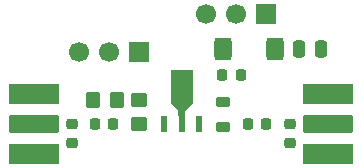
<source format=gts>
G04 #@! TF.GenerationSoftware,KiCad,Pcbnew,9.0.2*
G04 #@! TF.CreationDate,2025-07-13T18:06:46-04:00*
G04 #@! TF.ProjectId,new-pa-test-board,6e65772d-7061-42d7-9465-73742d626f61,rev?*
G04 #@! TF.SameCoordinates,Original*
G04 #@! TF.FileFunction,Soldermask,Top*
G04 #@! TF.FilePolarity,Negative*
%FSLAX46Y46*%
G04 Gerber Fmt 4.6, Leading zero omitted, Abs format (unit mm)*
G04 Created by KiCad (PCBNEW 9.0.2) date 2025-07-13 18:06:46*
%MOMM*%
%LPD*%
G01*
G04 APERTURE LIST*
G04 Aperture macros list*
%AMRoundRect*
0 Rectangle with rounded corners*
0 $1 Rounding radius*
0 $2 $3 $4 $5 $6 $7 $8 $9 X,Y pos of 4 corners*
0 Add a 4 corners polygon primitive as box body*
4,1,4,$2,$3,$4,$5,$6,$7,$8,$9,$2,$3,0*
0 Add four circle primitives for the rounded corners*
1,1,$1+$1,$2,$3*
1,1,$1+$1,$4,$5*
1,1,$1+$1,$6,$7*
1,1,$1+$1,$8,$9*
0 Add four rect primitives between the rounded corners*
20,1,$1+$1,$2,$3,$4,$5,0*
20,1,$1+$1,$4,$5,$6,$7,0*
20,1,$1+$1,$6,$7,$8,$9,0*
20,1,$1+$1,$8,$9,$2,$3,0*%
%AMFreePoly0*
4,1,9,1.027100,-1.741300,0.379400,-2.363600,0.379400,-2.795400,-0.179400,-2.795400,-0.179400,-2.338200,-0.827100,-1.741300,-0.827100,1.116200,1.027100,1.116200,1.027100,-1.741300,1.027100,-1.741300,$1*%
G04 Aperture macros list end*
%ADD10C,0.000000*%
%ADD11RoundRect,0.218750X0.381250X-0.218750X0.381250X0.218750X-0.381250X0.218750X-0.381250X-0.218750X0*%
%ADD12RoundRect,0.250000X-0.250000X-0.475000X0.250000X-0.475000X0.250000X0.475000X-0.250000X0.475000X0*%
%ADD13RoundRect,0.218750X-0.256250X0.218750X-0.256250X-0.218750X0.256250X-0.218750X0.256250X0.218750X0*%
%ADD14RoundRect,0.101600X-2.032000X0.635000X-2.032000X-0.635000X2.032000X-0.635000X2.032000X0.635000X0*%
%ADD15RoundRect,0.101600X-2.032000X0.762000X-2.032000X-0.762000X2.032000X-0.762000X2.032000X0.762000X0*%
%ADD16RoundRect,0.101600X2.032000X-0.635000X2.032000X0.635000X-2.032000X0.635000X-2.032000X-0.635000X0*%
%ADD17RoundRect,0.101600X2.032000X-0.762000X2.032000X0.762000X-2.032000X0.762000X-2.032000X-0.762000X0*%
%ADD18RoundRect,0.225000X-0.225000X-0.250000X0.225000X-0.250000X0.225000X0.250000X-0.225000X0.250000X0*%
%ADD19RoundRect,0.250000X-0.450000X0.350000X-0.450000X-0.350000X0.450000X-0.350000X0.450000X0.350000X0*%
%ADD20RoundRect,0.250000X-0.350000X-0.450000X0.350000X-0.450000X0.350000X0.450000X-0.350000X0.450000X0*%
%ADD21RoundRect,0.250000X-0.475000X-0.700000X0.475000X-0.700000X0.475000X0.700000X-0.475000X0.700000X0*%
%ADD22R,0.482600X1.397000*%
%ADD23FreePoly0,0.000000*%
%ADD24R,0.558800X1.397000*%
%ADD25R,1.700000X1.700000*%
%ADD26C,1.700000*%
G04 APERTURE END LIST*
D10*
G36*
X157601700Y-87922000D02*
G01*
X156979400Y-88544300D01*
X156979400Y-89001500D01*
X156420600Y-89001500D01*
X156420600Y-88544300D01*
X155798300Y-87922000D01*
X155798300Y-85242300D01*
X157601700Y-85242300D01*
X157601700Y-87922000D01*
G37*
D11*
X160200000Y-89962500D03*
X160200000Y-87837500D03*
D12*
X166587500Y-83400000D03*
X168487500Y-83400000D03*
D13*
X165900000Y-89725000D03*
X165900000Y-91300000D03*
X147375000Y-89712500D03*
X147375000Y-91287500D03*
D14*
X169045450Y-89700000D03*
D15*
X169045450Y-92240000D03*
X169045450Y-87160000D03*
D16*
X144175000Y-89700000D03*
D17*
X144175000Y-87160000D03*
X144175000Y-92240000D03*
D18*
X160150000Y-85600000D03*
X161700000Y-85600000D03*
X162325000Y-89700000D03*
X163875000Y-89700000D03*
X149362500Y-89700000D03*
X150912500Y-89700000D03*
D19*
X153100000Y-87700000D03*
X153100000Y-89700000D03*
D20*
X149200000Y-87700000D03*
X151200000Y-87700000D03*
D21*
X160200000Y-83400000D03*
X164600000Y-83400000D03*
D22*
X158200000Y-89700000D03*
X155200000Y-89700000D03*
D23*
X156600000Y-86206100D03*
D24*
X156700000Y-89700000D03*
D25*
X163800000Y-80400000D03*
D26*
X161260000Y-80400000D03*
X158720000Y-80400000D03*
D25*
X153100000Y-83600000D03*
D26*
X150560000Y-83600000D03*
X148020000Y-83600000D03*
M02*

</source>
